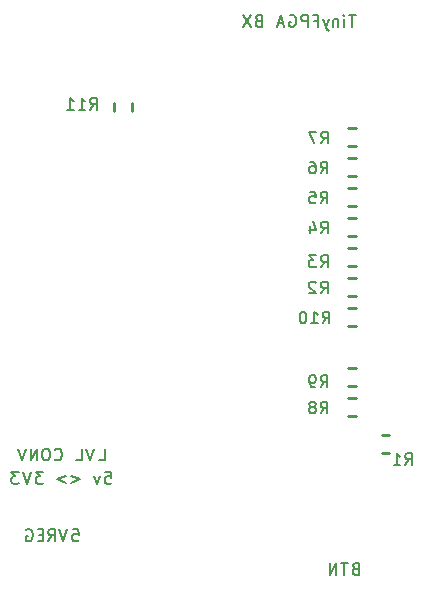
<source format=gbr>
G04 --- HEADER BEGIN --- *
%TF.GenerationSoftware,LibrePCB,LibrePCB,0.1.3*%
%TF.CreationDate,2020-04-15T18:42:34*%
%TF.ProjectId,Apple 2c VGA - default,6ee0dbe1-6aad-4263-9a0f-7c091fb3c0df,v1.1*%
%TF.Part,Single*%
%FSLAX66Y66*%
%MOMM*%
G01*
G74*
G04 --- HEADER END --- *
G04 --- APERTURE LIST BEGIN --- *
%ADD10C,0.25*%
%ADD11C,0.2*%
%ADD12C,2.7*%
%ADD13R,0.95X1.45*%
%ADD14R,1.45X0.95*%
%ADD15O,2.2X1.7*%
%ADD16C,1.7*%
%ADD17R,1.7X1.7*%
%ADD18R,2.2X1.7*%
G04 --- APERTURE LIST END --- *
G04 --- BOARD BEGIN --- *
D10*
X52062500Y28690000D02*
X52712500Y28690000D01*
X52062500Y27190000D02*
X52712500Y27190000D01*
X33770000Y40965000D02*
X33770000Y40315000D01*
X32270000Y40965000D02*
X32270000Y40315000D01*
X52062500Y26150000D02*
X52712500Y26150000D01*
X52062500Y24650000D02*
X52712500Y24650000D01*
X52062500Y31230000D02*
X52712500Y31230000D01*
X52062500Y29730000D02*
X52712500Y29730000D01*
X52062500Y36310000D02*
X52712500Y36310000D01*
X52062500Y34810000D02*
X52712500Y34810000D01*
X52062500Y18530000D02*
X52712500Y18530000D01*
X52062500Y17030000D02*
X52712500Y17030000D01*
X55549391Y11403455D02*
X54899391Y11403455D01*
X55549391Y12903455D02*
X54899391Y12903455D01*
X52062500Y23610000D02*
X52712500Y23610000D01*
X52062500Y22110000D02*
X52712500Y22110000D01*
X52062500Y15990000D02*
X52712500Y15990000D01*
X52062500Y14490000D02*
X52712500Y14490000D01*
X52062500Y38850000D02*
X52712500Y38850000D01*
X52062500Y37350000D02*
X52712500Y37350000D01*
X52062500Y33770000D02*
X52712500Y33770000D01*
X52062500Y32270000D02*
X52712500Y32270000D01*
D11*
X28737667Y4914822D02*
X29213222Y4914822D01*
X29261000Y4438155D01*
X29213222Y4485933D01*
X29117667Y4533711D01*
X28879889Y4533711D01*
X28784333Y4485933D01*
X28737667Y4438155D01*
X28689889Y4343711D01*
X28689889Y4104822D01*
X28737667Y4010378D01*
X28784333Y3962600D01*
X28879889Y3914822D01*
X29117667Y3914822D01*
X29213222Y3962600D01*
X29261000Y4010378D01*
X28289889Y4914822D02*
X27956556Y3914822D01*
X27623222Y4914822D01*
X26652111Y3914822D02*
X26985444Y4391489D01*
X27223222Y3914822D02*
X27223222Y4914822D01*
X26842111Y4914822D01*
X26746555Y4867044D01*
X26699889Y4819266D01*
X26652111Y4724822D01*
X26652111Y4581489D01*
X26699889Y4485933D01*
X26746555Y4438155D01*
X26842111Y4391489D01*
X27223222Y4391489D01*
X26252111Y4438155D02*
X25918778Y4438155D01*
X25775444Y3914822D02*
X26252111Y3914822D01*
X26252111Y4914822D01*
X25775444Y4914822D01*
X24804333Y4867044D02*
X24898777Y4914822D01*
X25042111Y4914822D01*
X25185444Y4867044D01*
X25279888Y4771489D01*
X25327666Y4677044D01*
X25375444Y4485933D01*
X25375444Y4343711D01*
X25327666Y4152600D01*
X25279888Y4058155D01*
X25185444Y3962600D01*
X25042111Y3914822D01*
X24946555Y3914822D01*
X24804333Y3962600D01*
X24756555Y4010378D01*
X24756555Y4343711D01*
X24946555Y4343711D01*
X49753889Y27102500D02*
X50087222Y27579167D01*
X50325000Y27102500D02*
X50325000Y28102500D01*
X49943889Y28102500D01*
X49848333Y28054722D01*
X49801667Y28006944D01*
X49753889Y27912500D01*
X49753889Y27769167D01*
X49801667Y27673611D01*
X49848333Y27625833D01*
X49943889Y27579167D01*
X50325000Y27579167D01*
X49353889Y28102500D02*
X48735000Y28102500D01*
X49068333Y27721389D01*
X48925000Y27721389D01*
X48830556Y27673611D01*
X48782778Y27625833D01*
X48735000Y27531389D01*
X48735000Y27292500D01*
X48782778Y27198056D01*
X48830556Y27150278D01*
X48925000Y27102500D01*
X49210556Y27102500D01*
X49306111Y27150278D01*
X49353889Y27198056D01*
X30213055Y40437500D02*
X30546388Y40914167D01*
X30784166Y40437500D02*
X30784166Y41437500D01*
X30403055Y41437500D01*
X30307499Y41389722D01*
X30260833Y41341944D01*
X30213055Y41247500D01*
X30213055Y41104167D01*
X30260833Y41008611D01*
X30307499Y40960833D01*
X30403055Y40914167D01*
X30784166Y40914167D01*
X29241944Y40437500D02*
X29813055Y40437500D01*
X29527499Y40437500D02*
X29527499Y41437500D01*
X29623055Y41294167D01*
X29717499Y41199722D01*
X29813055Y41151944D01*
X28270833Y40437500D02*
X28841944Y40437500D01*
X28556388Y40437500D02*
X28556388Y41437500D01*
X28651944Y41294167D01*
X28746388Y41199722D01*
X28841944Y41151944D01*
X30976250Y10747501D02*
X31452917Y10747501D01*
X31452917Y11747501D01*
X30576250Y11747501D02*
X30242917Y10747501D01*
X29909583Y11747501D01*
X29032916Y10747501D02*
X29509583Y10747501D01*
X29509583Y11747501D01*
X27214028Y10843057D02*
X27261806Y10795279D01*
X27404028Y10747501D01*
X27499584Y10747501D01*
X27642917Y10795279D01*
X27737361Y10890834D01*
X27785139Y10985279D01*
X27832917Y11176390D01*
X27832917Y11318612D01*
X27785139Y11509723D01*
X27737361Y11604168D01*
X27642917Y11699723D01*
X27499584Y11747501D01*
X27404028Y11747501D01*
X27261806Y11699723D01*
X27214028Y11651945D01*
X26576250Y11747501D02*
X26385139Y11747501D01*
X26290695Y11699723D01*
X26195139Y11604168D01*
X26147361Y11414168D01*
X26147361Y11080834D01*
X26195139Y10890834D01*
X26290695Y10795279D01*
X26385139Y10747501D01*
X26576250Y10747501D01*
X26670695Y10795279D01*
X26766250Y10890834D01*
X26814028Y11080834D01*
X26814028Y11414168D01*
X26766250Y11604168D01*
X26670695Y11699723D01*
X26576250Y11747501D01*
X25747361Y10747501D02*
X25747361Y11747501D01*
X25176250Y10747501D01*
X25176250Y11747501D01*
X24776250Y11747501D02*
X24442917Y10747501D01*
X24109583Y11747501D01*
X31496249Y9769724D02*
X31971804Y9769724D01*
X32019582Y9293057D01*
X31971804Y9340835D01*
X31876249Y9388613D01*
X31638471Y9388613D01*
X31542915Y9340835D01*
X31496249Y9293057D01*
X31448471Y9198613D01*
X31448471Y8959724D01*
X31496249Y8865280D01*
X31542915Y8817502D01*
X31638471Y8769724D01*
X31876249Y8769724D01*
X31971804Y8817502D01*
X32019582Y8865280D01*
X31048471Y9436391D02*
X30810693Y8769724D01*
X30571804Y9436391D01*
X28609583Y9436391D02*
X29371805Y9150835D01*
X28609583Y8865280D01*
X28209583Y9436391D02*
X27447361Y9150835D01*
X28209583Y8865280D01*
X26247362Y9769724D02*
X25628473Y9769724D01*
X25961806Y9388613D01*
X25818473Y9388613D01*
X25724029Y9340835D01*
X25676251Y9293057D01*
X25628473Y9198613D01*
X25628473Y8959724D01*
X25676251Y8865280D01*
X25724029Y8817502D01*
X25818473Y8769724D01*
X26104029Y8769724D01*
X26199584Y8817502D01*
X26247362Y8865280D01*
X25228473Y9769724D02*
X24895140Y8769724D01*
X24561806Y9769724D01*
X24161806Y9769724D02*
X23542917Y9769724D01*
X23876250Y9388613D01*
X23732917Y9388613D01*
X23638473Y9340835D01*
X23590695Y9293057D01*
X23542917Y9198613D01*
X23542917Y8959724D01*
X23590695Y8865280D01*
X23638473Y8817502D01*
X23732917Y8769724D01*
X24018473Y8769724D01*
X24114028Y8817502D01*
X24161806Y8865280D01*
X49753889Y24880000D02*
X50087222Y25356667D01*
X50325000Y24880000D02*
X50325000Y25880000D01*
X49943889Y25880000D01*
X49848333Y25832222D01*
X49801667Y25784444D01*
X49753889Y25690000D01*
X49753889Y25546667D01*
X49801667Y25451111D01*
X49848333Y25403333D01*
X49943889Y25356667D01*
X50325000Y25356667D01*
X49306111Y25784444D02*
X49258333Y25832222D01*
X49163889Y25880000D01*
X48925000Y25880000D01*
X48830556Y25832222D01*
X48782778Y25784444D01*
X48735000Y25690000D01*
X48735000Y25594444D01*
X48782778Y25451111D01*
X49353889Y24880000D01*
X48735000Y24880000D01*
X49753889Y29960000D02*
X50087222Y30436667D01*
X50325000Y29960000D02*
X50325000Y30960000D01*
X49943889Y30960000D01*
X49848333Y30912222D01*
X49801667Y30864444D01*
X49753889Y30770000D01*
X49753889Y30626667D01*
X49801667Y30531111D01*
X49848333Y30483333D01*
X49943889Y30436667D01*
X50325000Y30436667D01*
X48877222Y30626667D02*
X48877222Y29960000D01*
X49116111Y31007778D02*
X49353889Y30293333D01*
X48735000Y30293333D01*
X49730000Y35040000D02*
X50063333Y35516667D01*
X50301111Y35040000D02*
X50301111Y36040000D01*
X49920000Y36040000D01*
X49824444Y35992222D01*
X49777778Y35944444D01*
X49730000Y35850000D01*
X49730000Y35706667D01*
X49777778Y35611111D01*
X49824444Y35563333D01*
X49920000Y35516667D01*
X50301111Y35516667D01*
X48853333Y36040000D02*
X49044444Y36040000D01*
X49140000Y35992222D01*
X49186667Y35944444D01*
X49282222Y35802222D01*
X49330000Y35611111D01*
X49330000Y35230000D01*
X49282222Y35135556D01*
X49234444Y35087778D01*
X49140000Y35040000D01*
X48948889Y35040000D01*
X48853333Y35087778D01*
X48806667Y35135556D01*
X48758889Y35230000D01*
X48758889Y35468889D01*
X48806667Y35563333D01*
X48853333Y35611111D01*
X48948889Y35658889D01*
X49140000Y35658889D01*
X49234444Y35611111D01*
X49282222Y35563333D01*
X49330000Y35468889D01*
X49730000Y16942500D02*
X50063333Y17419167D01*
X50301111Y16942500D02*
X50301111Y17942500D01*
X49920000Y17942500D01*
X49824444Y17894722D01*
X49777778Y17846944D01*
X49730000Y17752500D01*
X49730000Y17609167D01*
X49777778Y17513611D01*
X49824444Y17465833D01*
X49920000Y17419167D01*
X50301111Y17419167D01*
X49234444Y16942500D02*
X49044444Y16942500D01*
X48948889Y16990278D01*
X48901111Y17038056D01*
X48806667Y17180278D01*
X48758889Y17371389D01*
X48758889Y17752500D01*
X48806667Y17846944D01*
X48853333Y17894722D01*
X48948889Y17942500D01*
X49140000Y17942500D01*
X49234444Y17894722D01*
X49282222Y17846944D01*
X49330000Y17752500D01*
X49330000Y17513611D01*
X49282222Y17419167D01*
X49234444Y17371389D01*
X49140000Y17323611D01*
X48948889Y17323611D01*
X48853333Y17371389D01*
X48806667Y17419167D01*
X48758889Y17513611D01*
X56896719Y10348745D02*
X57230052Y10825412D01*
X57467830Y10348745D02*
X57467830Y11348745D01*
X57086719Y11348745D01*
X56991163Y11300967D01*
X56944497Y11253189D01*
X56896719Y11158745D01*
X56896719Y11015412D01*
X56944497Y10919856D01*
X56991163Y10872078D01*
X57086719Y10825412D01*
X57467830Y10825412D01*
X55925608Y10348745D02*
X56496719Y10348745D01*
X56211163Y10348745D02*
X56211163Y11348745D01*
X56306719Y11205412D01*
X56401163Y11110967D01*
X56496719Y11063189D01*
X52675833Y1587083D02*
X52532499Y1540417D01*
X52485833Y1492639D01*
X52438055Y1397083D01*
X52438055Y1253750D01*
X52485833Y1159306D01*
X52532499Y1111528D01*
X52628055Y1063750D01*
X53009166Y1063750D01*
X53009166Y2063750D01*
X52675833Y2063750D01*
X52580277Y2015972D01*
X52532499Y1968194D01*
X52485833Y1873750D01*
X52485833Y1778194D01*
X52532499Y1682639D01*
X52580277Y1634861D01*
X52675833Y1587083D01*
X53009166Y1587083D01*
X52038055Y2063750D02*
X51466944Y2063750D01*
X51752499Y1063750D02*
X51752499Y2063750D01*
X51066944Y1063750D02*
X51066944Y2063750D01*
X50495833Y1063750D01*
X50495833Y2063750D01*
X49898055Y22340000D02*
X50231388Y22816667D01*
X50469166Y22340000D02*
X50469166Y23340000D01*
X50088055Y23340000D01*
X49992499Y23292222D01*
X49945833Y23244444D01*
X49898055Y23150000D01*
X49898055Y23006667D01*
X49945833Y22911111D01*
X49992499Y22863333D01*
X50088055Y22816667D01*
X50469166Y22816667D01*
X48926944Y22340000D02*
X49498055Y22340000D01*
X49212499Y22340000D02*
X49212499Y23340000D01*
X49308055Y23196667D01*
X49402499Y23102222D01*
X49498055Y23054444D01*
X48289166Y23340000D02*
X48193611Y23340000D01*
X48098055Y23292222D01*
X48050277Y23244444D01*
X48003611Y23150000D01*
X47955833Y22958889D01*
X47955833Y22721111D01*
X48003611Y22530000D01*
X48050277Y22435556D01*
X48098055Y22387778D01*
X48193611Y22340000D01*
X48289166Y22340000D01*
X48383611Y22387778D01*
X48431388Y22435556D01*
X48479166Y22530000D01*
X48526944Y22721111D01*
X48526944Y22958889D01*
X48479166Y23150000D01*
X48431388Y23244444D01*
X48383611Y23292222D01*
X48289166Y23340000D01*
X52711269Y48462018D02*
X52140158Y48462018D01*
X52425713Y47462018D02*
X52425713Y48462018D01*
X51692380Y47462018D02*
X51692380Y48128685D01*
X51692380Y48462018D02*
X51740158Y48414240D01*
X51692380Y48366462D01*
X51644602Y48414240D01*
X51692380Y48462018D01*
X51692380Y48366462D01*
X51244602Y48128685D02*
X51244602Y47462018D01*
X51244602Y48033129D02*
X51196824Y48080907D01*
X51101269Y48128685D01*
X50959046Y48128685D01*
X50863491Y48080907D01*
X50815713Y47985351D01*
X50815713Y47462018D01*
X50415713Y48128685D02*
X50177935Y47462018D01*
X49939046Y48128685D02*
X50177935Y47462018D01*
X50272380Y47224240D01*
X50320157Y47176462D01*
X50415713Y47128685D01*
X49205713Y47985351D02*
X49539046Y47985351D01*
X49539046Y47462018D02*
X49539046Y48462018D01*
X49062379Y48462018D01*
X48662379Y47462018D02*
X48662379Y48462018D01*
X48281268Y48462018D01*
X48185712Y48414240D01*
X48139046Y48366462D01*
X48091268Y48272018D01*
X48091268Y48128685D01*
X48139046Y48033129D01*
X48185712Y47985351D01*
X48281268Y47938685D01*
X48662379Y47938685D01*
X47120157Y48414240D02*
X47214601Y48462018D01*
X47357935Y48462018D01*
X47501268Y48414240D01*
X47595712Y48318685D01*
X47643490Y48224240D01*
X47691268Y48033129D01*
X47691268Y47890907D01*
X47643490Y47699796D01*
X47595712Y47605351D01*
X47501268Y47509796D01*
X47357935Y47462018D01*
X47262379Y47462018D01*
X47120157Y47509796D01*
X47072379Y47557574D01*
X47072379Y47890907D01*
X47262379Y47890907D01*
X46576823Y47747574D02*
X46101268Y47747574D01*
X46672379Y47462018D02*
X46339046Y48462018D01*
X46005712Y47462018D01*
X44472380Y47985351D02*
X44329046Y47938685D01*
X44282380Y47890907D01*
X44234602Y47795351D01*
X44234602Y47652018D01*
X44282380Y47557574D01*
X44329046Y47509796D01*
X44424602Y47462018D01*
X44805713Y47462018D01*
X44805713Y48462018D01*
X44472380Y48462018D01*
X44376824Y48414240D01*
X44329046Y48366462D01*
X44282380Y48272018D01*
X44282380Y48176462D01*
X44329046Y48080907D01*
X44376824Y48033129D01*
X44472380Y47985351D01*
X44805713Y47985351D01*
X43834602Y48462018D02*
X43167935Y47462018D01*
X43167935Y48462018D02*
X43834602Y47462018D01*
X49730000Y14720000D02*
X50063333Y15196667D01*
X50301111Y14720000D02*
X50301111Y15720000D01*
X49920000Y15720000D01*
X49824444Y15672222D01*
X49777778Y15624444D01*
X49730000Y15530000D01*
X49730000Y15386667D01*
X49777778Y15291111D01*
X49824444Y15243333D01*
X49920000Y15196667D01*
X50301111Y15196667D01*
X49140000Y15291111D02*
X49234444Y15338889D01*
X49282222Y15386667D01*
X49330000Y15482222D01*
X49330000Y15530000D01*
X49282222Y15624444D01*
X49234444Y15672222D01*
X49140000Y15720000D01*
X48948889Y15720000D01*
X48853333Y15672222D01*
X48806667Y15624444D01*
X48758889Y15530000D01*
X48758889Y15482222D01*
X48806667Y15386667D01*
X48853333Y15338889D01*
X48948889Y15291111D01*
X49140000Y15291111D01*
X49234444Y15243333D01*
X49282222Y15196667D01*
X49330000Y15101111D01*
X49330000Y14910000D01*
X49282222Y14815556D01*
X49234444Y14767778D01*
X49140000Y14720000D01*
X48948889Y14720000D01*
X48853333Y14767778D01*
X48806667Y14815556D01*
X48758889Y14910000D01*
X48758889Y15101111D01*
X48806667Y15196667D01*
X48853333Y15243333D01*
X48948889Y15291111D01*
X49777778Y37580000D02*
X50111111Y38056667D01*
X50348889Y37580000D02*
X50348889Y38580000D01*
X49967778Y38580000D01*
X49872222Y38532222D01*
X49825556Y38484444D01*
X49777778Y38390000D01*
X49777778Y38246667D01*
X49825556Y38151111D01*
X49872222Y38103333D01*
X49967778Y38056667D01*
X50348889Y38056667D01*
X49377778Y38580000D02*
X48711111Y38580000D01*
X49140000Y37580000D01*
X49730000Y32500000D02*
X50063333Y32976667D01*
X50301111Y32500000D02*
X50301111Y33500000D01*
X49920000Y33500000D01*
X49824444Y33452222D01*
X49777778Y33404444D01*
X49730000Y33310000D01*
X49730000Y33166667D01*
X49777778Y33071111D01*
X49824444Y33023333D01*
X49920000Y32976667D01*
X50301111Y32976667D01*
X48806667Y33500000D02*
X49282222Y33500000D01*
X49330000Y33023333D01*
X49282222Y33071111D01*
X49186667Y33118889D01*
X48948889Y33118889D01*
X48853333Y33071111D01*
X48806667Y33023333D01*
X48758889Y32928889D01*
X48758889Y32690000D01*
X48806667Y32595556D01*
X48853333Y32547778D01*
X48948889Y32500000D01*
X49186667Y32500000D01*
X49282222Y32547778D01*
X49330000Y32595556D01*
%LPC*%
D12*
X17780000Y45720000D03*
X35560000Y45720000D03*
X35560000Y5080000D03*
X17780000Y5080000D03*
D13*
X53362500Y27940000D03*
X51412500Y27940000D03*
D14*
X33020000Y39665000D03*
X33020000Y41615000D03*
D15*
X22860000Y12700000D03*
X33020000Y20320000D03*
X22860000Y35560000D03*
X33020000Y33020000D03*
X33020000Y25400000D03*
X22860000Y33020000D03*
X22860000Y25400000D03*
X33020000Y35560000D03*
X33020000Y30480000D03*
X22860000Y30480000D03*
X33020000Y27940000D03*
X33020000Y15240000D03*
X22860000Y17780000D03*
X33020000Y12700000D03*
X22860000Y22860000D03*
X22860000Y20320000D03*
X22860000Y27940000D03*
X22860000Y15240000D03*
X33020000Y22860000D03*
X33020000Y17780000D03*
D13*
X53362500Y25400000D03*
X51412500Y25400000D03*
X53362500Y30480000D03*
X51412500Y30480000D03*
D16*
X64452500Y30145000D03*
X64452500Y27855000D03*
X64452500Y20985000D03*
X61912500Y26710000D03*
X64452500Y23275000D03*
D17*
X59372500Y30145000D03*
D16*
X59372500Y23275000D03*
X59372500Y25565000D03*
X59372500Y20985000D03*
X61912500Y22130000D03*
X61912500Y24420000D03*
X61912500Y29000000D03*
X61912500Y31290000D03*
X59372500Y27855000D03*
X64452500Y25565000D03*
D13*
X53362500Y35560000D03*
X51412500Y35560000D03*
X53362500Y17780000D03*
X51412500Y17780000D03*
D18*
X13017500Y34737500D03*
D15*
X13017500Y18297500D03*
X10477500Y16927500D03*
X13017500Y23777500D03*
X10477500Y22407500D03*
X13017500Y26517500D03*
X13017500Y15557500D03*
X10477500Y33367500D03*
X10477500Y27887500D03*
X13017500Y31997500D03*
X10477500Y19667500D03*
X10477500Y25147500D03*
X13017500Y21037500D03*
X13017500Y29257500D03*
X10477500Y30627500D03*
D13*
X54249391Y12153455D03*
X56199391Y12153455D03*
D12*
X41910000Y8890000D03*
X54610000Y3810000D03*
X41910000Y3810000D03*
X54610000Y8890000D03*
D13*
X53362500Y22860000D03*
X51412500Y22860000D03*
D15*
X55245000Y35560000D03*
X40005000Y43180000D03*
D18*
X40005000Y48260000D03*
D15*
X40005000Y27940000D03*
X40005000Y30480000D03*
X55245000Y22860000D03*
X55245000Y30480000D03*
X40005000Y40640000D03*
X55245000Y38100000D03*
X40005000Y20320000D03*
X55245000Y20320000D03*
X40005000Y38100000D03*
X40005000Y25400000D03*
X40005000Y22860000D03*
X55245000Y40640000D03*
X40005000Y33020000D03*
X55245000Y43180000D03*
X55245000Y15240000D03*
X55245000Y33020000D03*
X40005000Y45720000D03*
X40005000Y17780000D03*
X55245000Y48260000D03*
X55245000Y27940000D03*
X55245000Y25400000D03*
X55245000Y45720000D03*
X40005000Y35560000D03*
X40005000Y15240000D03*
X55245000Y17780000D03*
D13*
X53362500Y15240000D03*
X51412500Y15240000D03*
X53362500Y38100000D03*
X51412500Y38100000D03*
X53362500Y33020000D03*
X51412500Y33020000D03*
G04 --- BOARD END --- *
%TF.MD5,017e78009896261c5f45b78b8f1050cc*%
M02*

</source>
